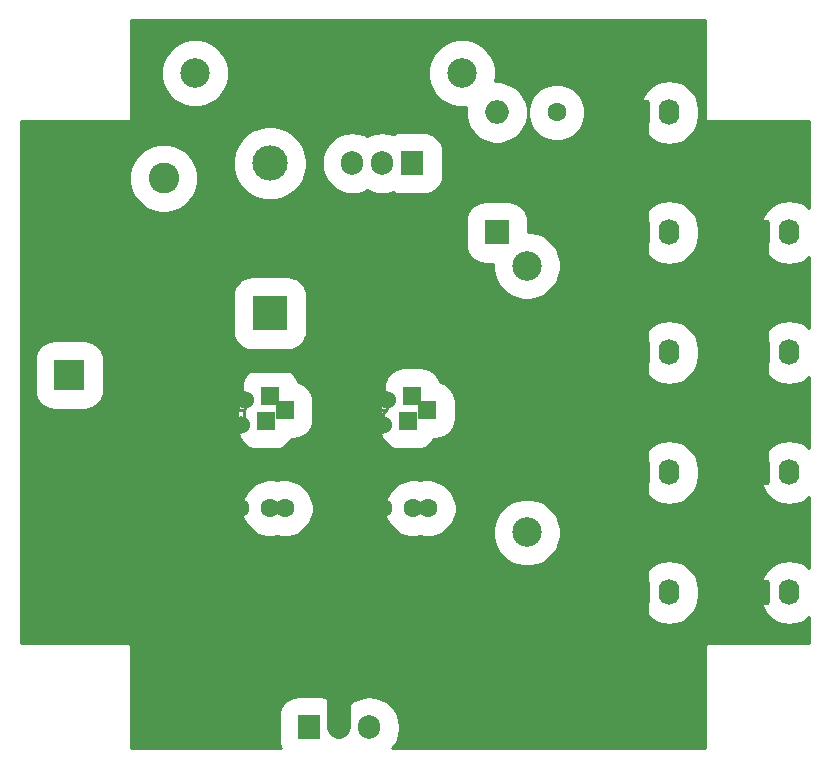
<source format=gbr>
G04 #@! TF.GenerationSoftware,KiCad,Pcbnew,(5.1.7)-1*
G04 #@! TF.CreationDate,2020-12-28T01:12:10+01:00*
G04 #@! TF.ProjectId,power,706f7765-722e-46b6-9963-61645f706362,rev?*
G04 #@! TF.SameCoordinates,Original*
G04 #@! TF.FileFunction,Copper,L2,Bot*
G04 #@! TF.FilePolarity,Positive*
%FSLAX46Y46*%
G04 Gerber Fmt 4.6, Leading zero omitted, Abs format (unit mm)*
G04 Created by KiCad (PCBNEW (5.1.7)-1) date 2020-12-28 01:12:10*
%MOMM*%
%LPD*%
G01*
G04 APERTURE LIST*
G04 #@! TA.AperFunction,ComponentPad*
%ADD10O,1.740000X2.190000*%
G04 #@! TD*
G04 #@! TA.AperFunction,ComponentPad*
%ADD11C,1.524000*%
G04 #@! TD*
G04 #@! TA.AperFunction,ComponentPad*
%ADD12R,1.524000X1.524000*%
G04 #@! TD*
G04 #@! TA.AperFunction,ComponentPad*
%ADD13C,2.500000*%
G04 #@! TD*
G04 #@! TA.AperFunction,ComponentPad*
%ADD14O,3.000000X3.000000*%
G04 #@! TD*
G04 #@! TA.AperFunction,ComponentPad*
%ADD15R,3.000000X3.000000*%
G04 #@! TD*
G04 #@! TA.AperFunction,ComponentPad*
%ADD16O,2.000000X2.000000*%
G04 #@! TD*
G04 #@! TA.AperFunction,ComponentPad*
%ADD17R,2.000000X2.000000*%
G04 #@! TD*
G04 #@! TA.AperFunction,ComponentPad*
%ADD18O,1.905000X2.000000*%
G04 #@! TD*
G04 #@! TA.AperFunction,ComponentPad*
%ADD19R,1.905000X2.000000*%
G04 #@! TD*
G04 #@! TA.AperFunction,ComponentPad*
%ADD20O,1.600000X1.600000*%
G04 #@! TD*
G04 #@! TA.AperFunction,ComponentPad*
%ADD21C,1.600000*%
G04 #@! TD*
G04 #@! TA.AperFunction,ComponentPad*
%ADD22C,2.600000*%
G04 #@! TD*
G04 #@! TA.AperFunction,ComponentPad*
%ADD23R,2.600000X2.600000*%
G04 #@! TD*
G04 #@! TA.AperFunction,Conductor*
%ADD24C,2.000000*%
G04 #@! TD*
G04 #@! TA.AperFunction,Conductor*
%ADD25C,0.250000*%
G04 #@! TD*
G04 #@! TA.AperFunction,Conductor*
%ADD26C,1.700000*%
G04 #@! TD*
G04 #@! TA.AperFunction,Conductor*
%ADD27C,0.254000*%
G04 #@! TD*
G04 #@! TA.AperFunction,Conductor*
%ADD28C,0.100000*%
G04 #@! TD*
G04 APERTURE END LIST*
D10*
X94135000Y-77625000D03*
G04 #@! TA.AperFunction,ComponentPad*
G36*
G01*
X90725000Y-78470001D02*
X90725000Y-76779999D01*
G75*
G02*
X90974999Y-76530000I249999J0D01*
G01*
X92215001Y-76530000D01*
G75*
G02*
X92465000Y-76779999I0J-249999D01*
G01*
X92465000Y-78470001D01*
G75*
G02*
X92215001Y-78720000I-249999J0D01*
G01*
X90974999Y-78720000D01*
G75*
G02*
X90725000Y-78470001I0J249999D01*
G01*
G37*
G04 #@! TD.AperFunction*
D11*
X60109100Y-61313100D03*
D12*
X61876900Y-63080900D03*
D11*
X59756000Y-63434000D03*
D12*
X62230000Y-60960000D03*
D11*
X58493000Y-62197000D03*
D12*
X63493000Y-62197000D03*
D11*
X48044100Y-61313100D03*
D12*
X49811900Y-63080900D03*
D11*
X47691000Y-63434000D03*
D12*
X50165000Y-60960000D03*
D11*
X46428000Y-62197000D03*
D12*
X51428000Y-62197000D03*
D13*
X71910000Y-49945000D03*
X71910000Y-72545000D03*
X43815000Y-33655000D03*
X66415000Y-33655000D03*
D14*
X50165000Y-41275000D03*
D15*
X50165000Y-53975000D03*
D16*
X69370000Y-36985000D03*
D17*
X69370000Y-47145000D03*
D10*
X94135000Y-47145000D03*
G04 #@! TA.AperFunction,ComponentPad*
G36*
G01*
X90725000Y-47990001D02*
X90725000Y-46299999D01*
G75*
G02*
X90974999Y-46050000I249999J0D01*
G01*
X92215001Y-46050000D01*
G75*
G02*
X92465000Y-46299999I0J-249999D01*
G01*
X92465000Y-47990001D01*
G75*
G02*
X92215001Y-48240000I-249999J0D01*
G01*
X90974999Y-48240000D01*
G75*
G02*
X90725000Y-47990001I0J249999D01*
G01*
G37*
G04 #@! TD.AperFunction*
X83975000Y-36985000D03*
G04 #@! TA.AperFunction,ComponentPad*
G36*
G01*
X80565000Y-37830001D02*
X80565000Y-36139999D01*
G75*
G02*
X80814999Y-35890000I249999J0D01*
G01*
X82055001Y-35890000D01*
G75*
G02*
X82305000Y-36139999I0J-249999D01*
G01*
X82305000Y-37830001D01*
G75*
G02*
X82055001Y-38080000I-249999J0D01*
G01*
X80814999Y-38080000D01*
G75*
G02*
X80565000Y-37830001I0J249999D01*
G01*
G37*
G04 #@! TD.AperFunction*
X83975000Y-47145000D03*
G04 #@! TA.AperFunction,ComponentPad*
G36*
G01*
X80565000Y-47990001D02*
X80565000Y-46299999D01*
G75*
G02*
X80814999Y-46050000I249999J0D01*
G01*
X82055001Y-46050000D01*
G75*
G02*
X82305000Y-46299999I0J-249999D01*
G01*
X82305000Y-47990001D01*
G75*
G02*
X82055001Y-48240000I-249999J0D01*
G01*
X80814999Y-48240000D01*
G75*
G02*
X80565000Y-47990001I0J249999D01*
G01*
G37*
G04 #@! TD.AperFunction*
X83975000Y-77625000D03*
G04 #@! TA.AperFunction,ComponentPad*
G36*
G01*
X80565000Y-78470001D02*
X80565000Y-76779999D01*
G75*
G02*
X80814999Y-76530000I249999J0D01*
G01*
X82055001Y-76530000D01*
G75*
G02*
X82305000Y-76779999I0J-249999D01*
G01*
X82305000Y-78470001D01*
G75*
G02*
X82055001Y-78720000I-249999J0D01*
G01*
X80814999Y-78720000D01*
G75*
G02*
X80565000Y-78470001I0J249999D01*
G01*
G37*
G04 #@! TD.AperFunction*
X83975000Y-57305000D03*
G04 #@! TA.AperFunction,ComponentPad*
G36*
G01*
X80565000Y-58150001D02*
X80565000Y-56459999D01*
G75*
G02*
X80814999Y-56210000I249999J0D01*
G01*
X82055001Y-56210000D01*
G75*
G02*
X82305000Y-56459999I0J-249999D01*
G01*
X82305000Y-58150001D01*
G75*
G02*
X82055001Y-58400000I-249999J0D01*
G01*
X80814999Y-58400000D01*
G75*
G02*
X80565000Y-58150001I0J249999D01*
G01*
G37*
G04 #@! TD.AperFunction*
X94135000Y-67465000D03*
G04 #@! TA.AperFunction,ComponentPad*
G36*
G01*
X90725000Y-68310001D02*
X90725000Y-66619999D01*
G75*
G02*
X90974999Y-66370000I249999J0D01*
G01*
X92215001Y-66370000D01*
G75*
G02*
X92465000Y-66619999I0J-249999D01*
G01*
X92465000Y-68310001D01*
G75*
G02*
X92215001Y-68560000I-249999J0D01*
G01*
X90974999Y-68560000D01*
G75*
G02*
X90725000Y-68310001I0J249999D01*
G01*
G37*
G04 #@! TD.AperFunction*
X94135000Y-57305000D03*
G04 #@! TA.AperFunction,ComponentPad*
G36*
G01*
X90725000Y-58150001D02*
X90725000Y-56459999D01*
G75*
G02*
X90974999Y-56210000I249999J0D01*
G01*
X92215001Y-56210000D01*
G75*
G02*
X92465000Y-56459999I0J-249999D01*
G01*
X92465000Y-58150001D01*
G75*
G02*
X92215001Y-58400000I-249999J0D01*
G01*
X90974999Y-58400000D01*
G75*
G02*
X90725000Y-58150001I0J249999D01*
G01*
G37*
G04 #@! TD.AperFunction*
X83975000Y-67465000D03*
G04 #@! TA.AperFunction,ComponentPad*
G36*
G01*
X80565000Y-68310001D02*
X80565000Y-66619999D01*
G75*
G02*
X80814999Y-66370000I249999J0D01*
G01*
X82055001Y-66370000D01*
G75*
G02*
X82305000Y-66619999I0J-249999D01*
G01*
X82305000Y-68310001D01*
G75*
G02*
X82055001Y-68560000I-249999J0D01*
G01*
X80814999Y-68560000D01*
G75*
G02*
X80565000Y-68310001I0J249999D01*
G01*
G37*
G04 #@! TD.AperFunction*
D18*
X58575000Y-89055000D03*
X56035000Y-89055000D03*
D19*
X53495000Y-89055000D03*
D20*
X74450000Y-47145000D03*
D21*
X74450000Y-36985000D03*
D18*
X57150000Y-41275000D03*
X59690000Y-41275000D03*
D19*
X62230000Y-41275000D03*
D22*
X33175000Y-64290000D03*
D23*
X33175000Y-59210000D03*
D22*
X41160000Y-42545000D03*
X38060000Y-47545000D03*
X34960000Y-42545000D03*
D21*
X58460000Y-70485000D03*
X63540000Y-70485000D03*
X59730000Y-70485000D03*
X62270000Y-70485000D03*
X46355000Y-70485000D03*
X51435000Y-70485000D03*
X47625000Y-70485000D03*
X50165000Y-70485000D03*
D24*
X34960000Y-44445000D02*
X38060000Y-47545000D01*
X34960000Y-42545000D02*
X34960000Y-44445000D01*
X38060000Y-58060000D02*
X38060000Y-47545000D01*
X46428000Y-58492000D02*
X46860000Y-58060000D01*
X46428000Y-62197000D02*
X46428000Y-58492000D01*
X46860000Y-58060000D02*
X38060000Y-58060000D01*
X46355000Y-62270000D02*
X46428000Y-62197000D01*
X46355000Y-70485000D02*
X46355000Y-62270000D01*
X58460000Y-62230000D02*
X58493000Y-62197000D01*
X58460000Y-70485000D02*
X58460000Y-62230000D01*
D25*
X48044200Y-62080800D02*
X47928000Y-62197000D01*
X48044200Y-61313200D02*
X48044200Y-62080800D01*
X47928000Y-63197000D02*
X47691000Y-63434000D01*
X47928000Y-62197000D02*
X47928000Y-63197000D01*
X47928000Y-62197000D02*
X46428000Y-62197000D01*
X60109200Y-62080800D02*
X59993000Y-62197000D01*
X60109200Y-61313200D02*
X60109200Y-62080800D01*
X59756000Y-62434000D02*
X59993000Y-62197000D01*
X59756000Y-63434000D02*
X59756000Y-62434000D01*
X59993000Y-62197000D02*
X58493000Y-62197000D01*
X58460000Y-70485000D02*
X59730000Y-70485000D01*
X47625000Y-70485000D02*
X46355000Y-70485000D01*
D24*
X56035000Y-72910000D02*
X56035000Y-89055000D01*
X58460000Y-70485000D02*
X56035000Y-72910000D01*
D26*
X91595000Y-67465000D02*
X91595000Y-47145000D01*
X56035000Y-84610000D02*
X79530000Y-84610000D01*
X56035000Y-89055000D02*
X56035000Y-84610000D01*
X81435000Y-82705000D02*
X79530000Y-84610000D01*
X81435000Y-77625000D02*
X81435000Y-82705000D01*
D24*
X54290000Y-58060000D02*
X58460000Y-62230000D01*
X46860000Y-58060000D02*
X54290000Y-58060000D01*
X58460000Y-59325000D02*
X58460000Y-62230000D01*
X61750000Y-56035000D02*
X58460000Y-59325000D01*
X76355000Y-56035000D02*
X61750000Y-56035000D01*
X76990000Y-55400000D02*
X76355000Y-56035000D01*
X76990000Y-49685000D02*
X76990000Y-55400000D01*
X74450000Y-47145000D02*
X76990000Y-49685000D01*
D26*
X86280000Y-71910000D02*
X81435000Y-71910000D01*
X90725000Y-67465000D02*
X86280000Y-71910000D01*
X91595000Y-67465000D02*
X90725000Y-67465000D01*
X81435000Y-71910000D02*
X81435000Y-77625000D01*
X81435000Y-36985000D02*
X81435000Y-71910000D01*
D24*
X36985000Y-64290000D02*
X33175000Y-64290000D01*
X38060000Y-63215000D02*
X36985000Y-64290000D01*
X38060000Y-58060000D02*
X38060000Y-63215000D01*
D27*
X87023000Y-37620000D02*
X87025440Y-37644776D01*
X87032667Y-37668601D01*
X87044403Y-37690557D01*
X87060197Y-37709803D01*
X87079443Y-37725597D01*
X87101399Y-37737333D01*
X87125224Y-37744560D01*
X87150000Y-37747000D01*
X95808001Y-37747000D01*
X95808001Y-45062770D01*
X95528970Y-44833775D01*
X95095183Y-44601911D01*
X94624496Y-44459130D01*
X94135000Y-44410919D01*
X93645503Y-44459130D01*
X93174816Y-44601911D01*
X92741029Y-44833775D01*
X92360812Y-45145812D01*
X92048775Y-45526030D01*
X91816911Y-45959817D01*
X91674130Y-46430504D01*
X91638000Y-46797340D01*
X91638000Y-47492661D01*
X91674130Y-47859497D01*
X91816911Y-48330184D01*
X92048775Y-48763971D01*
X92360813Y-49144188D01*
X92741030Y-49456225D01*
X93174817Y-49688089D01*
X93645504Y-49830870D01*
X94135000Y-49879081D01*
X94624497Y-49830870D01*
X95095184Y-49688089D01*
X95528971Y-49456225D01*
X95808001Y-49227231D01*
X95808001Y-55222770D01*
X95528970Y-54993775D01*
X95095183Y-54761911D01*
X94624496Y-54619130D01*
X94135000Y-54570919D01*
X93645503Y-54619130D01*
X93174816Y-54761911D01*
X92741029Y-54993775D01*
X92360812Y-55305812D01*
X92048775Y-55686030D01*
X91816911Y-56119817D01*
X91674130Y-56590504D01*
X91638000Y-56957340D01*
X91638000Y-57652661D01*
X91674130Y-58019497D01*
X91816911Y-58490184D01*
X92048775Y-58923971D01*
X92360813Y-59304188D01*
X92741030Y-59616225D01*
X93174817Y-59848089D01*
X93645504Y-59990870D01*
X94135000Y-60039081D01*
X94624497Y-59990870D01*
X95095184Y-59848089D01*
X95528971Y-59616225D01*
X95808001Y-59387231D01*
X95808000Y-65382769D01*
X95528970Y-65153775D01*
X95095183Y-64921911D01*
X94624496Y-64779130D01*
X94135000Y-64730919D01*
X93645503Y-64779130D01*
X93174816Y-64921911D01*
X92741029Y-65153775D01*
X92360812Y-65465812D01*
X92048775Y-65846030D01*
X91816911Y-66279817D01*
X91674130Y-66750504D01*
X91638000Y-67117340D01*
X91638000Y-67812661D01*
X91674130Y-68179497D01*
X91816911Y-68650184D01*
X92048775Y-69083971D01*
X92360813Y-69464188D01*
X92741030Y-69776225D01*
X93174817Y-70008089D01*
X93645504Y-70150870D01*
X94135000Y-70199081D01*
X94624497Y-70150870D01*
X95095184Y-70008089D01*
X95528971Y-69776225D01*
X95808000Y-69547231D01*
X95808000Y-75542769D01*
X95528970Y-75313775D01*
X95095183Y-75081911D01*
X94624496Y-74939130D01*
X94135000Y-74890919D01*
X93645503Y-74939130D01*
X93174816Y-75081911D01*
X92741029Y-75313775D01*
X92360812Y-75625812D01*
X92048775Y-76006030D01*
X91816911Y-76439817D01*
X91674130Y-76910504D01*
X91638000Y-77277340D01*
X91638000Y-77972661D01*
X91674130Y-78339497D01*
X91816911Y-78810184D01*
X92048775Y-79243971D01*
X92360813Y-79624188D01*
X92741030Y-79936225D01*
X93174817Y-80168089D01*
X93645504Y-80310870D01*
X94135000Y-80359081D01*
X94624497Y-80310870D01*
X95095184Y-80168089D01*
X95528971Y-79936225D01*
X95808000Y-79707231D01*
X95808000Y-81943000D01*
X87150000Y-81943000D01*
X87125224Y-81945440D01*
X87101399Y-81952667D01*
X87079443Y-81964403D01*
X87060197Y-81980197D01*
X87044403Y-81999443D01*
X87032667Y-82021399D01*
X87025440Y-82045224D01*
X87023000Y-82070000D01*
X87023000Y-90808000D01*
X60512285Y-90808000D01*
X60730153Y-90542526D01*
X60969678Y-90094407D01*
X61117177Y-89608169D01*
X61154500Y-89229221D01*
X61154500Y-88880778D01*
X61117177Y-88501830D01*
X60969678Y-88015592D01*
X60730153Y-87567473D01*
X60407807Y-87174693D01*
X60015026Y-86852347D01*
X59566907Y-86612822D01*
X59080669Y-86465323D01*
X58575000Y-86415519D01*
X58069330Y-86465323D01*
X57583092Y-86612822D01*
X57134973Y-86852347D01*
X56742193Y-87174693D01*
X56419847Y-87567474D01*
X56180322Y-88015593D01*
X56082372Y-88338490D01*
X56082372Y-88055000D01*
X56050958Y-87736052D01*
X55957925Y-87429362D01*
X55806846Y-87146714D01*
X55603529Y-86898971D01*
X55355786Y-86695654D01*
X55073138Y-86544575D01*
X54766448Y-86451542D01*
X54447500Y-86420128D01*
X52542500Y-86420128D01*
X52223552Y-86451542D01*
X51916862Y-86544575D01*
X51634214Y-86695654D01*
X51386471Y-86898971D01*
X51183154Y-87146714D01*
X51032075Y-87429362D01*
X50939042Y-87736052D01*
X50907628Y-88055000D01*
X50907628Y-90055000D01*
X50939042Y-90373948D01*
X51032075Y-90680638D01*
X51100152Y-90808000D01*
X38382000Y-90808000D01*
X38382000Y-82070000D01*
X38379560Y-82045224D01*
X38372333Y-82021399D01*
X38360597Y-81999443D01*
X38344803Y-81980197D01*
X38325557Y-81964403D01*
X38303601Y-81952667D01*
X38279776Y-81945440D01*
X38255000Y-81943000D01*
X29112000Y-81943000D01*
X29112000Y-77277340D01*
X81478000Y-77277340D01*
X81478000Y-77972661D01*
X81514130Y-78339497D01*
X81656911Y-78810184D01*
X81888775Y-79243971D01*
X82200813Y-79624188D01*
X82581030Y-79936225D01*
X83014817Y-80168089D01*
X83485504Y-80310870D01*
X83975000Y-80359081D01*
X84464497Y-80310870D01*
X84935184Y-80168089D01*
X85368971Y-79936225D01*
X85749188Y-79624188D01*
X86061225Y-79243970D01*
X86293089Y-78810183D01*
X86435870Y-78339496D01*
X86472000Y-77972660D01*
X86472000Y-77277339D01*
X86435870Y-76910503D01*
X86293089Y-76439816D01*
X86061225Y-76006029D01*
X85749188Y-75625812D01*
X85368970Y-75313775D01*
X84935183Y-75081911D01*
X84464496Y-74939130D01*
X83975000Y-74890919D01*
X83485503Y-74939130D01*
X83014816Y-75081911D01*
X82581029Y-75313775D01*
X82200812Y-75625812D01*
X81888775Y-76006030D01*
X81656911Y-76439817D01*
X81514130Y-76910504D01*
X81478000Y-77277340D01*
X29112000Y-77277340D01*
X29112000Y-70245961D01*
X47738000Y-70245961D01*
X47738000Y-70724039D01*
X47831268Y-71192930D01*
X48014221Y-71634615D01*
X48279826Y-72032122D01*
X48617878Y-72370174D01*
X49015385Y-72635779D01*
X49457070Y-72818732D01*
X49925961Y-72912000D01*
X50404039Y-72912000D01*
X50800000Y-72833239D01*
X51195961Y-72912000D01*
X51674039Y-72912000D01*
X52142930Y-72818732D01*
X52584615Y-72635779D01*
X52982122Y-72370174D01*
X53320174Y-72032122D01*
X53585779Y-71634615D01*
X53768732Y-71192930D01*
X53862000Y-70724039D01*
X53862000Y-70245961D01*
X59843000Y-70245961D01*
X59843000Y-70724039D01*
X59936268Y-71192930D01*
X60119221Y-71634615D01*
X60384826Y-72032122D01*
X60722878Y-72370174D01*
X61120385Y-72635779D01*
X61562070Y-72818732D01*
X62030961Y-72912000D01*
X62509039Y-72912000D01*
X62905000Y-72833239D01*
X63300961Y-72912000D01*
X63779039Y-72912000D01*
X64247930Y-72818732D01*
X64689615Y-72635779D01*
X65087122Y-72370174D01*
X65195656Y-72261640D01*
X69033000Y-72261640D01*
X69033000Y-72828360D01*
X69143561Y-73384190D01*
X69360435Y-73907771D01*
X69675288Y-74378981D01*
X70076019Y-74779712D01*
X70547229Y-75094565D01*
X71070810Y-75311439D01*
X71626640Y-75422000D01*
X72193360Y-75422000D01*
X72749190Y-75311439D01*
X73272771Y-75094565D01*
X73743981Y-74779712D01*
X74144712Y-74378981D01*
X74459565Y-73907771D01*
X74676439Y-73384190D01*
X74787000Y-72828360D01*
X74787000Y-72261640D01*
X74676439Y-71705810D01*
X74459565Y-71182229D01*
X74144712Y-70711019D01*
X73743981Y-70310288D01*
X73272771Y-69995435D01*
X72749190Y-69778561D01*
X72193360Y-69668000D01*
X71626640Y-69668000D01*
X71070810Y-69778561D01*
X70547229Y-69995435D01*
X70076019Y-70310288D01*
X69675288Y-70711019D01*
X69360435Y-71182229D01*
X69143561Y-71705810D01*
X69033000Y-72261640D01*
X65195656Y-72261640D01*
X65425174Y-72032122D01*
X65690779Y-71634615D01*
X65873732Y-71192930D01*
X65967000Y-70724039D01*
X65967000Y-70245961D01*
X65873732Y-69777070D01*
X65690779Y-69335385D01*
X65425174Y-68937878D01*
X65087122Y-68599826D01*
X64689615Y-68334221D01*
X64247930Y-68151268D01*
X63779039Y-68058000D01*
X63300961Y-68058000D01*
X62905000Y-68136761D01*
X62509039Y-68058000D01*
X62030961Y-68058000D01*
X61562070Y-68151268D01*
X61120385Y-68334221D01*
X60722878Y-68599826D01*
X60384826Y-68937878D01*
X60119221Y-69335385D01*
X59936268Y-69777070D01*
X59843000Y-70245961D01*
X53862000Y-70245961D01*
X53768732Y-69777070D01*
X53585779Y-69335385D01*
X53320174Y-68937878D01*
X52982122Y-68599826D01*
X52584615Y-68334221D01*
X52142930Y-68151268D01*
X51674039Y-68058000D01*
X51195961Y-68058000D01*
X50800000Y-68136761D01*
X50404039Y-68058000D01*
X49925961Y-68058000D01*
X49457070Y-68151268D01*
X49015385Y-68334221D01*
X48617878Y-68599826D01*
X48279826Y-68937878D01*
X48014221Y-69335385D01*
X47831268Y-69777070D01*
X47738000Y-70245961D01*
X29112000Y-70245961D01*
X29112000Y-67117340D01*
X81478000Y-67117340D01*
X81478000Y-67812661D01*
X81514130Y-68179497D01*
X81656911Y-68650184D01*
X81888775Y-69083971D01*
X82200813Y-69464188D01*
X82581030Y-69776225D01*
X83014817Y-70008089D01*
X83485504Y-70150870D01*
X83975000Y-70199081D01*
X84464497Y-70150870D01*
X84935184Y-70008089D01*
X85368971Y-69776225D01*
X85749188Y-69464188D01*
X86061225Y-69083970D01*
X86293089Y-68650183D01*
X86435870Y-68179496D01*
X86472000Y-67812660D01*
X86472000Y-67117339D01*
X86435870Y-66750503D01*
X86293089Y-66279816D01*
X86061225Y-65846029D01*
X85749188Y-65465812D01*
X85368970Y-65153775D01*
X84935183Y-64921911D01*
X84464496Y-64779130D01*
X83975000Y-64730919D01*
X83485503Y-64779130D01*
X83014816Y-64921911D01*
X82581029Y-65153775D01*
X82200812Y-65465812D01*
X81888775Y-65846030D01*
X81656911Y-66279817D01*
X81514130Y-66750504D01*
X81478000Y-67117340D01*
X29112000Y-67117340D01*
X29112000Y-62318900D01*
X47415028Y-62318900D01*
X47415028Y-63842900D01*
X47446442Y-64161848D01*
X47539475Y-64468538D01*
X47690554Y-64751186D01*
X47893871Y-64998929D01*
X48141614Y-65202246D01*
X48424262Y-65353325D01*
X48730952Y-65446358D01*
X49049900Y-65477772D01*
X50573900Y-65477772D01*
X50892848Y-65446358D01*
X51199538Y-65353325D01*
X51482186Y-65202246D01*
X51729929Y-64998929D01*
X51933246Y-64751186D01*
X52017332Y-64593872D01*
X52190000Y-64593872D01*
X52508948Y-64562458D01*
X52815638Y-64469425D01*
X53098286Y-64318346D01*
X53346029Y-64115029D01*
X53549346Y-63867286D01*
X53700425Y-63584638D01*
X53793458Y-63277948D01*
X53824872Y-62959000D01*
X53824872Y-62318900D01*
X59480028Y-62318900D01*
X59480028Y-63842900D01*
X59511442Y-64161848D01*
X59604475Y-64468538D01*
X59755554Y-64751186D01*
X59958871Y-64998929D01*
X60206614Y-65202246D01*
X60489262Y-65353325D01*
X60795952Y-65446358D01*
X61114900Y-65477772D01*
X62638900Y-65477772D01*
X62957848Y-65446358D01*
X63264538Y-65353325D01*
X63547186Y-65202246D01*
X63794929Y-64998929D01*
X63998246Y-64751186D01*
X64082332Y-64593872D01*
X64255000Y-64593872D01*
X64573948Y-64562458D01*
X64880638Y-64469425D01*
X65163286Y-64318346D01*
X65411029Y-64115029D01*
X65614346Y-63867286D01*
X65765425Y-63584638D01*
X65858458Y-63277948D01*
X65889872Y-62959000D01*
X65889872Y-61435000D01*
X65858458Y-61116052D01*
X65765425Y-60809362D01*
X65614346Y-60526714D01*
X65411029Y-60278971D01*
X65163286Y-60075654D01*
X64880638Y-59924575D01*
X64581765Y-59833913D01*
X64502425Y-59572362D01*
X64351346Y-59289714D01*
X64148029Y-59041971D01*
X63900286Y-58838654D01*
X63617638Y-58687575D01*
X63310948Y-58594542D01*
X62992000Y-58563128D01*
X61468000Y-58563128D01*
X61149052Y-58594542D01*
X60842362Y-58687575D01*
X60559714Y-58838654D01*
X60311971Y-59041971D01*
X60108654Y-59289714D01*
X59957575Y-59572362D01*
X59864542Y-59879052D01*
X59833128Y-60198000D01*
X59833128Y-61316090D01*
X59755554Y-61410614D01*
X59604475Y-61693262D01*
X59511442Y-61999952D01*
X59480028Y-62318900D01*
X53824872Y-62318900D01*
X53824872Y-61435000D01*
X53793458Y-61116052D01*
X53700425Y-60809362D01*
X53549346Y-60526714D01*
X53346029Y-60278971D01*
X53098286Y-60075654D01*
X52815638Y-59924575D01*
X52516765Y-59833913D01*
X52437425Y-59572362D01*
X52286346Y-59289714D01*
X52083029Y-59041971D01*
X51835286Y-58838654D01*
X51552638Y-58687575D01*
X51245948Y-58594542D01*
X50927000Y-58563128D01*
X49403000Y-58563128D01*
X49084052Y-58594542D01*
X48777362Y-58687575D01*
X48494714Y-58838654D01*
X48246971Y-59041971D01*
X48043654Y-59289714D01*
X47892575Y-59572362D01*
X47799542Y-59879052D01*
X47768128Y-60198000D01*
X47768128Y-61316090D01*
X47690554Y-61410614D01*
X47539475Y-61693262D01*
X47446442Y-61999952D01*
X47415028Y-62318900D01*
X29112000Y-62318900D01*
X29112000Y-57910000D01*
X30240128Y-57910000D01*
X30240128Y-60510000D01*
X30271542Y-60828948D01*
X30364575Y-61135638D01*
X30515654Y-61418286D01*
X30718971Y-61666029D01*
X30966714Y-61869346D01*
X31249362Y-62020425D01*
X31556052Y-62113458D01*
X31875000Y-62144872D01*
X34475000Y-62144872D01*
X34793948Y-62113458D01*
X35100638Y-62020425D01*
X35383286Y-61869346D01*
X35631029Y-61666029D01*
X35834346Y-61418286D01*
X35985425Y-61135638D01*
X36078458Y-60828948D01*
X36109872Y-60510000D01*
X36109872Y-57910000D01*
X36078458Y-57591052D01*
X35985425Y-57284362D01*
X35834346Y-57001714D01*
X35631029Y-56753971D01*
X35383286Y-56550654D01*
X35100638Y-56399575D01*
X34793948Y-56306542D01*
X34475000Y-56275128D01*
X31875000Y-56275128D01*
X31556052Y-56306542D01*
X31249362Y-56399575D01*
X30966714Y-56550654D01*
X30718971Y-56753971D01*
X30515654Y-57001714D01*
X30364575Y-57284362D01*
X30271542Y-57591052D01*
X30240128Y-57910000D01*
X29112000Y-57910000D01*
X29112000Y-52475000D01*
X47030128Y-52475000D01*
X47030128Y-55475000D01*
X47061542Y-55793948D01*
X47154575Y-56100638D01*
X47305654Y-56383286D01*
X47508971Y-56631029D01*
X47756714Y-56834346D01*
X48039362Y-56985425D01*
X48346052Y-57078458D01*
X48665000Y-57109872D01*
X51665000Y-57109872D01*
X51983948Y-57078458D01*
X52290638Y-56985425D01*
X52343181Y-56957340D01*
X81478000Y-56957340D01*
X81478000Y-57652661D01*
X81514130Y-58019497D01*
X81656911Y-58490184D01*
X81888775Y-58923971D01*
X82200813Y-59304188D01*
X82581030Y-59616225D01*
X83014817Y-59848089D01*
X83485504Y-59990870D01*
X83975000Y-60039081D01*
X84464497Y-59990870D01*
X84935184Y-59848089D01*
X85368971Y-59616225D01*
X85749188Y-59304188D01*
X86061225Y-58923970D01*
X86293089Y-58490183D01*
X86435870Y-58019496D01*
X86472000Y-57652660D01*
X86472000Y-56957339D01*
X86435870Y-56590503D01*
X86293089Y-56119816D01*
X86061225Y-55686029D01*
X85749188Y-55305812D01*
X85368970Y-54993775D01*
X84935183Y-54761911D01*
X84464496Y-54619130D01*
X83975000Y-54570919D01*
X83485503Y-54619130D01*
X83014816Y-54761911D01*
X82581029Y-54993775D01*
X82200812Y-55305812D01*
X81888775Y-55686030D01*
X81656911Y-56119817D01*
X81514130Y-56590504D01*
X81478000Y-56957340D01*
X52343181Y-56957340D01*
X52573286Y-56834346D01*
X52821029Y-56631029D01*
X53024346Y-56383286D01*
X53175425Y-56100638D01*
X53268458Y-55793948D01*
X53299872Y-55475000D01*
X53299872Y-52475000D01*
X53268458Y-52156052D01*
X53175425Y-51849362D01*
X53024346Y-51566714D01*
X52821029Y-51318971D01*
X52573286Y-51115654D01*
X52290638Y-50964575D01*
X51983948Y-50871542D01*
X51665000Y-50840128D01*
X48665000Y-50840128D01*
X48346052Y-50871542D01*
X48039362Y-50964575D01*
X47756714Y-51115654D01*
X47508971Y-51318971D01*
X47305654Y-51566714D01*
X47154575Y-51849362D01*
X47061542Y-52156052D01*
X47030128Y-52475000D01*
X29112000Y-52475000D01*
X29112000Y-46145000D01*
X66735128Y-46145000D01*
X66735128Y-48145000D01*
X66766542Y-48463948D01*
X66859575Y-48770638D01*
X67010654Y-49053286D01*
X67213971Y-49301029D01*
X67461714Y-49504346D01*
X67744362Y-49655425D01*
X68051052Y-49748458D01*
X68370000Y-49779872D01*
X69033000Y-49779872D01*
X69033000Y-50228360D01*
X69143561Y-50784190D01*
X69360435Y-51307771D01*
X69675288Y-51778981D01*
X70076019Y-52179712D01*
X70547229Y-52494565D01*
X71070810Y-52711439D01*
X71626640Y-52822000D01*
X72193360Y-52822000D01*
X72749190Y-52711439D01*
X73272771Y-52494565D01*
X73743981Y-52179712D01*
X74144712Y-51778981D01*
X74459565Y-51307771D01*
X74676439Y-50784190D01*
X74787000Y-50228360D01*
X74787000Y-49661640D01*
X74676439Y-49105810D01*
X74459565Y-48582229D01*
X74144712Y-48111019D01*
X73743981Y-47710288D01*
X73272771Y-47395435D01*
X72749190Y-47178561D01*
X72193360Y-47068000D01*
X72004872Y-47068000D01*
X72004872Y-46797340D01*
X81478000Y-46797340D01*
X81478000Y-47492661D01*
X81514130Y-47859497D01*
X81656911Y-48330184D01*
X81888775Y-48763971D01*
X82200813Y-49144188D01*
X82581030Y-49456225D01*
X83014817Y-49688089D01*
X83485504Y-49830870D01*
X83975000Y-49879081D01*
X84464497Y-49830870D01*
X84935184Y-49688089D01*
X85368971Y-49456225D01*
X85749188Y-49144188D01*
X86061225Y-48763970D01*
X86293089Y-48330183D01*
X86435870Y-47859496D01*
X86472000Y-47492660D01*
X86472000Y-46797339D01*
X86435870Y-46430503D01*
X86293089Y-45959816D01*
X86061225Y-45526029D01*
X85749188Y-45145812D01*
X85368970Y-44833775D01*
X84935183Y-44601911D01*
X84464496Y-44459130D01*
X83975000Y-44410919D01*
X83485503Y-44459130D01*
X83014816Y-44601911D01*
X82581029Y-44833775D01*
X82200812Y-45145812D01*
X81888775Y-45526030D01*
X81656911Y-45959817D01*
X81514130Y-46430504D01*
X81478000Y-46797340D01*
X72004872Y-46797340D01*
X72004872Y-46145000D01*
X71973458Y-45826052D01*
X71880425Y-45519362D01*
X71729346Y-45236714D01*
X71526029Y-44988971D01*
X71278286Y-44785654D01*
X70995638Y-44634575D01*
X70688948Y-44541542D01*
X70370000Y-44510128D01*
X68370000Y-44510128D01*
X68051052Y-44541542D01*
X67744362Y-44634575D01*
X67461714Y-44785654D01*
X67213971Y-44988971D01*
X67010654Y-45236714D01*
X66859575Y-45519362D01*
X66766542Y-45826052D01*
X66735128Y-46145000D01*
X29112000Y-46145000D01*
X29112000Y-42256716D01*
X38233000Y-42256716D01*
X38233000Y-42833284D01*
X38345482Y-43398775D01*
X38566126Y-43931455D01*
X38886450Y-44410854D01*
X39294146Y-44818550D01*
X39773545Y-45138874D01*
X40306225Y-45359518D01*
X40871716Y-45472000D01*
X41448284Y-45472000D01*
X42013775Y-45359518D01*
X42546455Y-45138874D01*
X43025854Y-44818550D01*
X43433550Y-44410854D01*
X43753874Y-43931455D01*
X43974518Y-43398775D01*
X44087000Y-42833284D01*
X44087000Y-42256716D01*
X43974518Y-41691225D01*
X43753874Y-41158545D01*
X43625900Y-40967017D01*
X47038000Y-40967017D01*
X47038000Y-41582983D01*
X47158169Y-42187112D01*
X47393889Y-42756190D01*
X47736101Y-43268346D01*
X48171654Y-43703899D01*
X48683810Y-44046111D01*
X49252888Y-44281831D01*
X49857017Y-44402000D01*
X50472983Y-44402000D01*
X51077112Y-44281831D01*
X51646190Y-44046111D01*
X52158346Y-43703899D01*
X52593899Y-43268346D01*
X52936111Y-42756190D01*
X53171831Y-42187112D01*
X53292000Y-41582983D01*
X53292000Y-41100778D01*
X54570500Y-41100778D01*
X54570500Y-41449221D01*
X54607823Y-41828169D01*
X54755322Y-42314407D01*
X54994847Y-42762526D01*
X55317193Y-43155307D01*
X55709973Y-43477653D01*
X56158092Y-43717178D01*
X56644330Y-43864677D01*
X57150000Y-43914481D01*
X57655669Y-43864677D01*
X58141907Y-43717178D01*
X58420000Y-43568534D01*
X58698092Y-43717178D01*
X59184330Y-43864677D01*
X59690000Y-43914481D01*
X60195669Y-43864677D01*
X60581286Y-43747701D01*
X60651862Y-43785425D01*
X60958552Y-43878458D01*
X61277500Y-43909872D01*
X63182500Y-43909872D01*
X63501448Y-43878458D01*
X63808138Y-43785425D01*
X64090786Y-43634346D01*
X64338529Y-43431029D01*
X64541846Y-43183286D01*
X64692925Y-42900638D01*
X64785958Y-42593948D01*
X64817372Y-42275000D01*
X64817372Y-40275000D01*
X64785958Y-39956052D01*
X64692925Y-39649362D01*
X64541846Y-39366714D01*
X64338529Y-39118971D01*
X64090786Y-38915654D01*
X63808138Y-38764575D01*
X63501448Y-38671542D01*
X63182500Y-38640128D01*
X61277500Y-38640128D01*
X60958552Y-38671542D01*
X60651862Y-38764575D01*
X60581286Y-38802299D01*
X60195670Y-38685323D01*
X59690000Y-38635519D01*
X59184331Y-38685323D01*
X58698093Y-38832822D01*
X58420001Y-38981466D01*
X58141908Y-38832822D01*
X57655670Y-38685323D01*
X57150000Y-38635519D01*
X56644331Y-38685323D01*
X56158093Y-38832822D01*
X55709974Y-39072347D01*
X55317194Y-39394693D01*
X54994847Y-39787473D01*
X54755322Y-40235592D01*
X54607823Y-40721830D01*
X54570500Y-41100778D01*
X53292000Y-41100778D01*
X53292000Y-40967017D01*
X53171831Y-40362888D01*
X52936111Y-39793810D01*
X52593899Y-39281654D01*
X52158346Y-38846101D01*
X51646190Y-38503889D01*
X51077112Y-38268169D01*
X50472983Y-38148000D01*
X49857017Y-38148000D01*
X49252888Y-38268169D01*
X48683810Y-38503889D01*
X48171654Y-38846101D01*
X47736101Y-39281654D01*
X47393889Y-39793810D01*
X47158169Y-40362888D01*
X47038000Y-40967017D01*
X43625900Y-40967017D01*
X43433550Y-40679146D01*
X43025854Y-40271450D01*
X42546455Y-39951126D01*
X42013775Y-39730482D01*
X41448284Y-39618000D01*
X40871716Y-39618000D01*
X40306225Y-39730482D01*
X39773545Y-39951126D01*
X39294146Y-40271450D01*
X38886450Y-40679146D01*
X38566126Y-41158545D01*
X38345482Y-41691225D01*
X38233000Y-42256716D01*
X29112000Y-42256716D01*
X29112000Y-37747000D01*
X38255000Y-37747000D01*
X38279776Y-37744560D01*
X38303601Y-37737333D01*
X38325557Y-37725597D01*
X38344803Y-37709803D01*
X38360597Y-37690557D01*
X38372333Y-37668601D01*
X38379560Y-37644776D01*
X38382000Y-37620000D01*
X38382000Y-33371640D01*
X40938000Y-33371640D01*
X40938000Y-33938360D01*
X41048561Y-34494190D01*
X41265435Y-35017771D01*
X41580288Y-35488981D01*
X41981019Y-35889712D01*
X42452229Y-36204565D01*
X42975810Y-36421439D01*
X43531640Y-36532000D01*
X44098360Y-36532000D01*
X44654190Y-36421439D01*
X45177771Y-36204565D01*
X45648981Y-35889712D01*
X46049712Y-35488981D01*
X46364565Y-35017771D01*
X46581439Y-34494190D01*
X46692000Y-33938360D01*
X46692000Y-33371640D01*
X63538000Y-33371640D01*
X63538000Y-33938360D01*
X63648561Y-34494190D01*
X63865435Y-35017771D01*
X64180288Y-35488981D01*
X64581019Y-35889712D01*
X65052229Y-36204565D01*
X65575810Y-36421439D01*
X66131640Y-36532000D01*
X66698360Y-36532000D01*
X66785072Y-36514752D01*
X66743000Y-36726263D01*
X66743000Y-37243737D01*
X66843954Y-37751268D01*
X67041983Y-38229351D01*
X67329476Y-38659615D01*
X67695385Y-39025524D01*
X68125649Y-39313017D01*
X68603732Y-39511046D01*
X69111263Y-39612000D01*
X69628737Y-39612000D01*
X70136268Y-39511046D01*
X70614351Y-39313017D01*
X71044615Y-39025524D01*
X71410524Y-38659615D01*
X71698017Y-38229351D01*
X71896046Y-37751268D01*
X71997000Y-37243737D01*
X71997000Y-36745961D01*
X72023000Y-36745961D01*
X72023000Y-37224039D01*
X72116268Y-37692930D01*
X72299221Y-38134615D01*
X72564826Y-38532122D01*
X72902878Y-38870174D01*
X73300385Y-39135779D01*
X73742070Y-39318732D01*
X74210961Y-39412000D01*
X74689039Y-39412000D01*
X75157930Y-39318732D01*
X75599615Y-39135779D01*
X75997122Y-38870174D01*
X76335174Y-38532122D01*
X76600779Y-38134615D01*
X76783732Y-37692930D01*
X76877000Y-37224039D01*
X76877000Y-36745961D01*
X76855394Y-36637340D01*
X81478000Y-36637340D01*
X81478000Y-37332661D01*
X81514130Y-37699497D01*
X81656911Y-38170184D01*
X81888775Y-38603971D01*
X82200813Y-38984188D01*
X82581030Y-39296225D01*
X83014817Y-39528089D01*
X83485504Y-39670870D01*
X83975000Y-39719081D01*
X84464497Y-39670870D01*
X84935184Y-39528089D01*
X85368971Y-39296225D01*
X85749188Y-38984188D01*
X86061225Y-38603970D01*
X86293089Y-38170183D01*
X86435870Y-37699496D01*
X86472000Y-37332660D01*
X86472000Y-36637339D01*
X86435870Y-36270503D01*
X86293089Y-35799816D01*
X86061225Y-35366029D01*
X85749188Y-34985812D01*
X85368970Y-34673775D01*
X84935183Y-34441911D01*
X84464496Y-34299130D01*
X83975000Y-34250919D01*
X83485503Y-34299130D01*
X83014816Y-34441911D01*
X82581029Y-34673775D01*
X82200812Y-34985812D01*
X81888775Y-35366030D01*
X81656911Y-35799817D01*
X81514130Y-36270504D01*
X81478000Y-36637340D01*
X76855394Y-36637340D01*
X76783732Y-36277070D01*
X76600779Y-35835385D01*
X76335174Y-35437878D01*
X75997122Y-35099826D01*
X75599615Y-34834221D01*
X75157930Y-34651268D01*
X74689039Y-34558000D01*
X74210961Y-34558000D01*
X73742070Y-34651268D01*
X73300385Y-34834221D01*
X72902878Y-35099826D01*
X72564826Y-35437878D01*
X72299221Y-35835385D01*
X72116268Y-36277070D01*
X72023000Y-36745961D01*
X71997000Y-36745961D01*
X71997000Y-36726263D01*
X71896046Y-36218732D01*
X71698017Y-35740649D01*
X71410524Y-35310385D01*
X71044615Y-34944476D01*
X70614351Y-34656983D01*
X70136268Y-34458954D01*
X69628737Y-34358000D01*
X69208529Y-34358000D01*
X69292000Y-33938360D01*
X69292000Y-33371640D01*
X69181439Y-32815810D01*
X68964565Y-32292229D01*
X68649712Y-31821019D01*
X68248981Y-31420288D01*
X67777771Y-31105435D01*
X67254190Y-30888561D01*
X66698360Y-30778000D01*
X66131640Y-30778000D01*
X65575810Y-30888561D01*
X65052229Y-31105435D01*
X64581019Y-31420288D01*
X64180288Y-31821019D01*
X63865435Y-32292229D01*
X63648561Y-32815810D01*
X63538000Y-33371640D01*
X46692000Y-33371640D01*
X46581439Y-32815810D01*
X46364565Y-32292229D01*
X46049712Y-31821019D01*
X45648981Y-31420288D01*
X45177771Y-31105435D01*
X44654190Y-30888561D01*
X44098360Y-30778000D01*
X43531640Y-30778000D01*
X42975810Y-30888561D01*
X42452229Y-31105435D01*
X41981019Y-31420288D01*
X41580288Y-31821019D01*
X41265435Y-32292229D01*
X41048561Y-32815810D01*
X40938000Y-33371640D01*
X38382000Y-33371640D01*
X38382000Y-29112000D01*
X87023000Y-29112000D01*
X87023000Y-37620000D01*
G04 #@! TA.AperFunction,Conductor*
D28*
G36*
X87023000Y-37620000D02*
G01*
X87025440Y-37644776D01*
X87032667Y-37668601D01*
X87044403Y-37690557D01*
X87060197Y-37709803D01*
X87079443Y-37725597D01*
X87101399Y-37737333D01*
X87125224Y-37744560D01*
X87150000Y-37747000D01*
X95808001Y-37747000D01*
X95808001Y-45062770D01*
X95528970Y-44833775D01*
X95095183Y-44601911D01*
X94624496Y-44459130D01*
X94135000Y-44410919D01*
X93645503Y-44459130D01*
X93174816Y-44601911D01*
X92741029Y-44833775D01*
X92360812Y-45145812D01*
X92048775Y-45526030D01*
X91816911Y-45959817D01*
X91674130Y-46430504D01*
X91638000Y-46797340D01*
X91638000Y-47492661D01*
X91674130Y-47859497D01*
X91816911Y-48330184D01*
X92048775Y-48763971D01*
X92360813Y-49144188D01*
X92741030Y-49456225D01*
X93174817Y-49688089D01*
X93645504Y-49830870D01*
X94135000Y-49879081D01*
X94624497Y-49830870D01*
X95095184Y-49688089D01*
X95528971Y-49456225D01*
X95808001Y-49227231D01*
X95808001Y-55222770D01*
X95528970Y-54993775D01*
X95095183Y-54761911D01*
X94624496Y-54619130D01*
X94135000Y-54570919D01*
X93645503Y-54619130D01*
X93174816Y-54761911D01*
X92741029Y-54993775D01*
X92360812Y-55305812D01*
X92048775Y-55686030D01*
X91816911Y-56119817D01*
X91674130Y-56590504D01*
X91638000Y-56957340D01*
X91638000Y-57652661D01*
X91674130Y-58019497D01*
X91816911Y-58490184D01*
X92048775Y-58923971D01*
X92360813Y-59304188D01*
X92741030Y-59616225D01*
X93174817Y-59848089D01*
X93645504Y-59990870D01*
X94135000Y-60039081D01*
X94624497Y-59990870D01*
X95095184Y-59848089D01*
X95528971Y-59616225D01*
X95808001Y-59387231D01*
X95808000Y-65382769D01*
X95528970Y-65153775D01*
X95095183Y-64921911D01*
X94624496Y-64779130D01*
X94135000Y-64730919D01*
X93645503Y-64779130D01*
X93174816Y-64921911D01*
X92741029Y-65153775D01*
X92360812Y-65465812D01*
X92048775Y-65846030D01*
X91816911Y-66279817D01*
X91674130Y-66750504D01*
X91638000Y-67117340D01*
X91638000Y-67812661D01*
X91674130Y-68179497D01*
X91816911Y-68650184D01*
X92048775Y-69083971D01*
X92360813Y-69464188D01*
X92741030Y-69776225D01*
X93174817Y-70008089D01*
X93645504Y-70150870D01*
X94135000Y-70199081D01*
X94624497Y-70150870D01*
X95095184Y-70008089D01*
X95528971Y-69776225D01*
X95808000Y-69547231D01*
X95808000Y-75542769D01*
X95528970Y-75313775D01*
X95095183Y-75081911D01*
X94624496Y-74939130D01*
X94135000Y-74890919D01*
X93645503Y-74939130D01*
X93174816Y-75081911D01*
X92741029Y-75313775D01*
X92360812Y-75625812D01*
X92048775Y-76006030D01*
X91816911Y-76439817D01*
X91674130Y-76910504D01*
X91638000Y-77277340D01*
X91638000Y-77972661D01*
X91674130Y-78339497D01*
X91816911Y-78810184D01*
X92048775Y-79243971D01*
X92360813Y-79624188D01*
X92741030Y-79936225D01*
X93174817Y-80168089D01*
X93645504Y-80310870D01*
X94135000Y-80359081D01*
X94624497Y-80310870D01*
X95095184Y-80168089D01*
X95528971Y-79936225D01*
X95808000Y-79707231D01*
X95808000Y-81943000D01*
X87150000Y-81943000D01*
X87125224Y-81945440D01*
X87101399Y-81952667D01*
X87079443Y-81964403D01*
X87060197Y-81980197D01*
X87044403Y-81999443D01*
X87032667Y-82021399D01*
X87025440Y-82045224D01*
X87023000Y-82070000D01*
X87023000Y-90808000D01*
X60512285Y-90808000D01*
X60730153Y-90542526D01*
X60969678Y-90094407D01*
X61117177Y-89608169D01*
X61154500Y-89229221D01*
X61154500Y-88880778D01*
X61117177Y-88501830D01*
X60969678Y-88015592D01*
X60730153Y-87567473D01*
X60407807Y-87174693D01*
X60015026Y-86852347D01*
X59566907Y-86612822D01*
X59080669Y-86465323D01*
X58575000Y-86415519D01*
X58069330Y-86465323D01*
X57583092Y-86612822D01*
X57134973Y-86852347D01*
X56742193Y-87174693D01*
X56419847Y-87567474D01*
X56180322Y-88015593D01*
X56082372Y-88338490D01*
X56082372Y-88055000D01*
X56050958Y-87736052D01*
X55957925Y-87429362D01*
X55806846Y-87146714D01*
X55603529Y-86898971D01*
X55355786Y-86695654D01*
X55073138Y-86544575D01*
X54766448Y-86451542D01*
X54447500Y-86420128D01*
X52542500Y-86420128D01*
X52223552Y-86451542D01*
X51916862Y-86544575D01*
X51634214Y-86695654D01*
X51386471Y-86898971D01*
X51183154Y-87146714D01*
X51032075Y-87429362D01*
X50939042Y-87736052D01*
X50907628Y-88055000D01*
X50907628Y-90055000D01*
X50939042Y-90373948D01*
X51032075Y-90680638D01*
X51100152Y-90808000D01*
X38382000Y-90808000D01*
X38382000Y-82070000D01*
X38379560Y-82045224D01*
X38372333Y-82021399D01*
X38360597Y-81999443D01*
X38344803Y-81980197D01*
X38325557Y-81964403D01*
X38303601Y-81952667D01*
X38279776Y-81945440D01*
X38255000Y-81943000D01*
X29112000Y-81943000D01*
X29112000Y-77277340D01*
X81478000Y-77277340D01*
X81478000Y-77972661D01*
X81514130Y-78339497D01*
X81656911Y-78810184D01*
X81888775Y-79243971D01*
X82200813Y-79624188D01*
X82581030Y-79936225D01*
X83014817Y-80168089D01*
X83485504Y-80310870D01*
X83975000Y-80359081D01*
X84464497Y-80310870D01*
X84935184Y-80168089D01*
X85368971Y-79936225D01*
X85749188Y-79624188D01*
X86061225Y-79243970D01*
X86293089Y-78810183D01*
X86435870Y-78339496D01*
X86472000Y-77972660D01*
X86472000Y-77277339D01*
X86435870Y-76910503D01*
X86293089Y-76439816D01*
X86061225Y-76006029D01*
X85749188Y-75625812D01*
X85368970Y-75313775D01*
X84935183Y-75081911D01*
X84464496Y-74939130D01*
X83975000Y-74890919D01*
X83485503Y-74939130D01*
X83014816Y-75081911D01*
X82581029Y-75313775D01*
X82200812Y-75625812D01*
X81888775Y-76006030D01*
X81656911Y-76439817D01*
X81514130Y-76910504D01*
X81478000Y-77277340D01*
X29112000Y-77277340D01*
X29112000Y-70245961D01*
X47738000Y-70245961D01*
X47738000Y-70724039D01*
X47831268Y-71192930D01*
X48014221Y-71634615D01*
X48279826Y-72032122D01*
X48617878Y-72370174D01*
X49015385Y-72635779D01*
X49457070Y-72818732D01*
X49925961Y-72912000D01*
X50404039Y-72912000D01*
X50800000Y-72833239D01*
X51195961Y-72912000D01*
X51674039Y-72912000D01*
X52142930Y-72818732D01*
X52584615Y-72635779D01*
X52982122Y-72370174D01*
X53320174Y-72032122D01*
X53585779Y-71634615D01*
X53768732Y-71192930D01*
X53862000Y-70724039D01*
X53862000Y-70245961D01*
X59843000Y-70245961D01*
X59843000Y-70724039D01*
X59936268Y-71192930D01*
X60119221Y-71634615D01*
X60384826Y-72032122D01*
X60722878Y-72370174D01*
X61120385Y-72635779D01*
X61562070Y-72818732D01*
X62030961Y-72912000D01*
X62509039Y-72912000D01*
X62905000Y-72833239D01*
X63300961Y-72912000D01*
X63779039Y-72912000D01*
X64247930Y-72818732D01*
X64689615Y-72635779D01*
X65087122Y-72370174D01*
X65195656Y-72261640D01*
X69033000Y-72261640D01*
X69033000Y-72828360D01*
X69143561Y-73384190D01*
X69360435Y-73907771D01*
X69675288Y-74378981D01*
X70076019Y-74779712D01*
X70547229Y-75094565D01*
X71070810Y-75311439D01*
X71626640Y-75422000D01*
X72193360Y-75422000D01*
X72749190Y-75311439D01*
X73272771Y-75094565D01*
X73743981Y-74779712D01*
X74144712Y-74378981D01*
X74459565Y-73907771D01*
X74676439Y-73384190D01*
X74787000Y-72828360D01*
X74787000Y-72261640D01*
X74676439Y-71705810D01*
X74459565Y-71182229D01*
X74144712Y-70711019D01*
X73743981Y-70310288D01*
X73272771Y-69995435D01*
X72749190Y-69778561D01*
X72193360Y-69668000D01*
X71626640Y-69668000D01*
X71070810Y-69778561D01*
X70547229Y-69995435D01*
X70076019Y-70310288D01*
X69675288Y-70711019D01*
X69360435Y-71182229D01*
X69143561Y-71705810D01*
X69033000Y-72261640D01*
X65195656Y-72261640D01*
X65425174Y-72032122D01*
X65690779Y-71634615D01*
X65873732Y-71192930D01*
X65967000Y-70724039D01*
X65967000Y-70245961D01*
X65873732Y-69777070D01*
X65690779Y-69335385D01*
X65425174Y-68937878D01*
X65087122Y-68599826D01*
X64689615Y-68334221D01*
X64247930Y-68151268D01*
X63779039Y-68058000D01*
X63300961Y-68058000D01*
X62905000Y-68136761D01*
X62509039Y-68058000D01*
X62030961Y-68058000D01*
X61562070Y-68151268D01*
X61120385Y-68334221D01*
X60722878Y-68599826D01*
X60384826Y-68937878D01*
X60119221Y-69335385D01*
X59936268Y-69777070D01*
X59843000Y-70245961D01*
X53862000Y-70245961D01*
X53768732Y-69777070D01*
X53585779Y-69335385D01*
X53320174Y-68937878D01*
X52982122Y-68599826D01*
X52584615Y-68334221D01*
X52142930Y-68151268D01*
X51674039Y-68058000D01*
X51195961Y-68058000D01*
X50800000Y-68136761D01*
X50404039Y-68058000D01*
X49925961Y-68058000D01*
X49457070Y-68151268D01*
X49015385Y-68334221D01*
X48617878Y-68599826D01*
X48279826Y-68937878D01*
X48014221Y-69335385D01*
X47831268Y-69777070D01*
X47738000Y-70245961D01*
X29112000Y-70245961D01*
X29112000Y-67117340D01*
X81478000Y-67117340D01*
X81478000Y-67812661D01*
X81514130Y-68179497D01*
X81656911Y-68650184D01*
X81888775Y-69083971D01*
X82200813Y-69464188D01*
X82581030Y-69776225D01*
X83014817Y-70008089D01*
X83485504Y-70150870D01*
X83975000Y-70199081D01*
X84464497Y-70150870D01*
X84935184Y-70008089D01*
X85368971Y-69776225D01*
X85749188Y-69464188D01*
X86061225Y-69083970D01*
X86293089Y-68650183D01*
X86435870Y-68179496D01*
X86472000Y-67812660D01*
X86472000Y-67117339D01*
X86435870Y-66750503D01*
X86293089Y-66279816D01*
X86061225Y-65846029D01*
X85749188Y-65465812D01*
X85368970Y-65153775D01*
X84935183Y-64921911D01*
X84464496Y-64779130D01*
X83975000Y-64730919D01*
X83485503Y-64779130D01*
X83014816Y-64921911D01*
X82581029Y-65153775D01*
X82200812Y-65465812D01*
X81888775Y-65846030D01*
X81656911Y-66279817D01*
X81514130Y-66750504D01*
X81478000Y-67117340D01*
X29112000Y-67117340D01*
X29112000Y-62318900D01*
X47415028Y-62318900D01*
X47415028Y-63842900D01*
X47446442Y-64161848D01*
X47539475Y-64468538D01*
X47690554Y-64751186D01*
X47893871Y-64998929D01*
X48141614Y-65202246D01*
X48424262Y-65353325D01*
X48730952Y-65446358D01*
X49049900Y-65477772D01*
X50573900Y-65477772D01*
X50892848Y-65446358D01*
X51199538Y-65353325D01*
X51482186Y-65202246D01*
X51729929Y-64998929D01*
X51933246Y-64751186D01*
X52017332Y-64593872D01*
X52190000Y-64593872D01*
X52508948Y-64562458D01*
X52815638Y-64469425D01*
X53098286Y-64318346D01*
X53346029Y-64115029D01*
X53549346Y-63867286D01*
X53700425Y-63584638D01*
X53793458Y-63277948D01*
X53824872Y-62959000D01*
X53824872Y-62318900D01*
X59480028Y-62318900D01*
X59480028Y-63842900D01*
X59511442Y-64161848D01*
X59604475Y-64468538D01*
X59755554Y-64751186D01*
X59958871Y-64998929D01*
X60206614Y-65202246D01*
X60489262Y-65353325D01*
X60795952Y-65446358D01*
X61114900Y-65477772D01*
X62638900Y-65477772D01*
X62957848Y-65446358D01*
X63264538Y-65353325D01*
X63547186Y-65202246D01*
X63794929Y-64998929D01*
X63998246Y-64751186D01*
X64082332Y-64593872D01*
X64255000Y-64593872D01*
X64573948Y-64562458D01*
X64880638Y-64469425D01*
X65163286Y-64318346D01*
X65411029Y-64115029D01*
X65614346Y-63867286D01*
X65765425Y-63584638D01*
X65858458Y-63277948D01*
X65889872Y-62959000D01*
X65889872Y-61435000D01*
X65858458Y-61116052D01*
X65765425Y-60809362D01*
X65614346Y-60526714D01*
X65411029Y-60278971D01*
X65163286Y-60075654D01*
X64880638Y-59924575D01*
X64581765Y-59833913D01*
X64502425Y-59572362D01*
X64351346Y-59289714D01*
X64148029Y-59041971D01*
X63900286Y-58838654D01*
X63617638Y-58687575D01*
X63310948Y-58594542D01*
X62992000Y-58563128D01*
X61468000Y-58563128D01*
X61149052Y-58594542D01*
X60842362Y-58687575D01*
X60559714Y-58838654D01*
X60311971Y-59041971D01*
X60108654Y-59289714D01*
X59957575Y-59572362D01*
X59864542Y-59879052D01*
X59833128Y-60198000D01*
X59833128Y-61316090D01*
X59755554Y-61410614D01*
X59604475Y-61693262D01*
X59511442Y-61999952D01*
X59480028Y-62318900D01*
X53824872Y-62318900D01*
X53824872Y-61435000D01*
X53793458Y-61116052D01*
X53700425Y-60809362D01*
X53549346Y-60526714D01*
X53346029Y-60278971D01*
X53098286Y-60075654D01*
X52815638Y-59924575D01*
X52516765Y-59833913D01*
X52437425Y-59572362D01*
X52286346Y-59289714D01*
X52083029Y-59041971D01*
X51835286Y-58838654D01*
X51552638Y-58687575D01*
X51245948Y-58594542D01*
X50927000Y-58563128D01*
X49403000Y-58563128D01*
X49084052Y-58594542D01*
X48777362Y-58687575D01*
X48494714Y-58838654D01*
X48246971Y-59041971D01*
X48043654Y-59289714D01*
X47892575Y-59572362D01*
X47799542Y-59879052D01*
X47768128Y-60198000D01*
X47768128Y-61316090D01*
X47690554Y-61410614D01*
X47539475Y-61693262D01*
X47446442Y-61999952D01*
X47415028Y-62318900D01*
X29112000Y-62318900D01*
X29112000Y-57910000D01*
X30240128Y-57910000D01*
X30240128Y-60510000D01*
X30271542Y-60828948D01*
X30364575Y-61135638D01*
X30515654Y-61418286D01*
X30718971Y-61666029D01*
X30966714Y-61869346D01*
X31249362Y-62020425D01*
X31556052Y-62113458D01*
X31875000Y-62144872D01*
X34475000Y-62144872D01*
X34793948Y-62113458D01*
X35100638Y-62020425D01*
X35383286Y-61869346D01*
X35631029Y-61666029D01*
X35834346Y-61418286D01*
X35985425Y-61135638D01*
X36078458Y-60828948D01*
X36109872Y-60510000D01*
X36109872Y-57910000D01*
X36078458Y-57591052D01*
X35985425Y-57284362D01*
X35834346Y-57001714D01*
X35631029Y-56753971D01*
X35383286Y-56550654D01*
X35100638Y-56399575D01*
X34793948Y-56306542D01*
X34475000Y-56275128D01*
X31875000Y-56275128D01*
X31556052Y-56306542D01*
X31249362Y-56399575D01*
X30966714Y-56550654D01*
X30718971Y-56753971D01*
X30515654Y-57001714D01*
X30364575Y-57284362D01*
X30271542Y-57591052D01*
X30240128Y-57910000D01*
X29112000Y-57910000D01*
X29112000Y-52475000D01*
X47030128Y-52475000D01*
X47030128Y-55475000D01*
X47061542Y-55793948D01*
X47154575Y-56100638D01*
X47305654Y-56383286D01*
X47508971Y-56631029D01*
X47756714Y-56834346D01*
X48039362Y-56985425D01*
X48346052Y-57078458D01*
X48665000Y-57109872D01*
X51665000Y-57109872D01*
X51983948Y-57078458D01*
X52290638Y-56985425D01*
X52343181Y-56957340D01*
X81478000Y-56957340D01*
X81478000Y-57652661D01*
X81514130Y-58019497D01*
X81656911Y-58490184D01*
X81888775Y-58923971D01*
X82200813Y-59304188D01*
X82581030Y-59616225D01*
X83014817Y-59848089D01*
X83485504Y-59990870D01*
X83975000Y-60039081D01*
X84464497Y-59990870D01*
X84935184Y-59848089D01*
X85368971Y-59616225D01*
X85749188Y-59304188D01*
X86061225Y-58923970D01*
X86293089Y-58490183D01*
X86435870Y-58019496D01*
X86472000Y-57652660D01*
X86472000Y-56957339D01*
X86435870Y-56590503D01*
X86293089Y-56119816D01*
X86061225Y-55686029D01*
X85749188Y-55305812D01*
X85368970Y-54993775D01*
X84935183Y-54761911D01*
X84464496Y-54619130D01*
X83975000Y-54570919D01*
X83485503Y-54619130D01*
X83014816Y-54761911D01*
X82581029Y-54993775D01*
X82200812Y-55305812D01*
X81888775Y-55686030D01*
X81656911Y-56119817D01*
X81514130Y-56590504D01*
X81478000Y-56957340D01*
X52343181Y-56957340D01*
X52573286Y-56834346D01*
X52821029Y-56631029D01*
X53024346Y-56383286D01*
X53175425Y-56100638D01*
X53268458Y-55793948D01*
X53299872Y-55475000D01*
X53299872Y-52475000D01*
X53268458Y-52156052D01*
X53175425Y-51849362D01*
X53024346Y-51566714D01*
X52821029Y-51318971D01*
X52573286Y-51115654D01*
X52290638Y-50964575D01*
X51983948Y-50871542D01*
X51665000Y-50840128D01*
X48665000Y-50840128D01*
X48346052Y-50871542D01*
X48039362Y-50964575D01*
X47756714Y-51115654D01*
X47508971Y-51318971D01*
X47305654Y-51566714D01*
X47154575Y-51849362D01*
X47061542Y-52156052D01*
X47030128Y-52475000D01*
X29112000Y-52475000D01*
X29112000Y-46145000D01*
X66735128Y-46145000D01*
X66735128Y-48145000D01*
X66766542Y-48463948D01*
X66859575Y-48770638D01*
X67010654Y-49053286D01*
X67213971Y-49301029D01*
X67461714Y-49504346D01*
X67744362Y-49655425D01*
X68051052Y-49748458D01*
X68370000Y-49779872D01*
X69033000Y-49779872D01*
X69033000Y-50228360D01*
X69143561Y-50784190D01*
X69360435Y-51307771D01*
X69675288Y-51778981D01*
X70076019Y-52179712D01*
X70547229Y-52494565D01*
X71070810Y-52711439D01*
X71626640Y-52822000D01*
X72193360Y-52822000D01*
X72749190Y-52711439D01*
X73272771Y-52494565D01*
X73743981Y-52179712D01*
X74144712Y-51778981D01*
X74459565Y-51307771D01*
X74676439Y-50784190D01*
X74787000Y-50228360D01*
X74787000Y-49661640D01*
X74676439Y-49105810D01*
X74459565Y-48582229D01*
X74144712Y-48111019D01*
X73743981Y-47710288D01*
X73272771Y-47395435D01*
X72749190Y-47178561D01*
X72193360Y-47068000D01*
X72004872Y-47068000D01*
X72004872Y-46797340D01*
X81478000Y-46797340D01*
X81478000Y-47492661D01*
X81514130Y-47859497D01*
X81656911Y-48330184D01*
X81888775Y-48763971D01*
X82200813Y-49144188D01*
X82581030Y-49456225D01*
X83014817Y-49688089D01*
X83485504Y-49830870D01*
X83975000Y-49879081D01*
X84464497Y-49830870D01*
X84935184Y-49688089D01*
X85368971Y-49456225D01*
X85749188Y-49144188D01*
X86061225Y-48763970D01*
X86293089Y-48330183D01*
X86435870Y-47859496D01*
X86472000Y-47492660D01*
X86472000Y-46797339D01*
X86435870Y-46430503D01*
X86293089Y-45959816D01*
X86061225Y-45526029D01*
X85749188Y-45145812D01*
X85368970Y-44833775D01*
X84935183Y-44601911D01*
X84464496Y-44459130D01*
X83975000Y-44410919D01*
X83485503Y-44459130D01*
X83014816Y-44601911D01*
X82581029Y-44833775D01*
X82200812Y-45145812D01*
X81888775Y-45526030D01*
X81656911Y-45959817D01*
X81514130Y-46430504D01*
X81478000Y-46797340D01*
X72004872Y-46797340D01*
X72004872Y-46145000D01*
X71973458Y-45826052D01*
X71880425Y-45519362D01*
X71729346Y-45236714D01*
X71526029Y-44988971D01*
X71278286Y-44785654D01*
X70995638Y-44634575D01*
X70688948Y-44541542D01*
X70370000Y-44510128D01*
X68370000Y-44510128D01*
X68051052Y-44541542D01*
X67744362Y-44634575D01*
X67461714Y-44785654D01*
X67213971Y-44988971D01*
X67010654Y-45236714D01*
X66859575Y-45519362D01*
X66766542Y-45826052D01*
X66735128Y-46145000D01*
X29112000Y-46145000D01*
X29112000Y-42256716D01*
X38233000Y-42256716D01*
X38233000Y-42833284D01*
X38345482Y-43398775D01*
X38566126Y-43931455D01*
X38886450Y-44410854D01*
X39294146Y-44818550D01*
X39773545Y-45138874D01*
X40306225Y-45359518D01*
X40871716Y-45472000D01*
X41448284Y-45472000D01*
X42013775Y-45359518D01*
X42546455Y-45138874D01*
X43025854Y-44818550D01*
X43433550Y-44410854D01*
X43753874Y-43931455D01*
X43974518Y-43398775D01*
X44087000Y-42833284D01*
X44087000Y-42256716D01*
X43974518Y-41691225D01*
X43753874Y-41158545D01*
X43625900Y-40967017D01*
X47038000Y-40967017D01*
X47038000Y-41582983D01*
X47158169Y-42187112D01*
X47393889Y-42756190D01*
X47736101Y-43268346D01*
X48171654Y-43703899D01*
X48683810Y-44046111D01*
X49252888Y-44281831D01*
X49857017Y-44402000D01*
X50472983Y-44402000D01*
X51077112Y-44281831D01*
X51646190Y-44046111D01*
X52158346Y-43703899D01*
X52593899Y-43268346D01*
X52936111Y-42756190D01*
X53171831Y-42187112D01*
X53292000Y-41582983D01*
X53292000Y-41100778D01*
X54570500Y-41100778D01*
X54570500Y-41449221D01*
X54607823Y-41828169D01*
X54755322Y-42314407D01*
X54994847Y-42762526D01*
X55317193Y-43155307D01*
X55709973Y-43477653D01*
X56158092Y-43717178D01*
X56644330Y-43864677D01*
X57150000Y-43914481D01*
X57655669Y-43864677D01*
X58141907Y-43717178D01*
X58420000Y-43568534D01*
X58698092Y-43717178D01*
X59184330Y-43864677D01*
X59690000Y-43914481D01*
X60195669Y-43864677D01*
X60581286Y-43747701D01*
X60651862Y-43785425D01*
X60958552Y-43878458D01*
X61277500Y-43909872D01*
X63182500Y-43909872D01*
X63501448Y-43878458D01*
X63808138Y-43785425D01*
X64090786Y-43634346D01*
X64338529Y-43431029D01*
X64541846Y-43183286D01*
X64692925Y-42900638D01*
X64785958Y-42593948D01*
X64817372Y-42275000D01*
X64817372Y-40275000D01*
X64785958Y-39956052D01*
X64692925Y-39649362D01*
X64541846Y-39366714D01*
X64338529Y-39118971D01*
X64090786Y-38915654D01*
X63808138Y-38764575D01*
X63501448Y-38671542D01*
X63182500Y-38640128D01*
X61277500Y-38640128D01*
X60958552Y-38671542D01*
X60651862Y-38764575D01*
X60581286Y-38802299D01*
X60195670Y-38685323D01*
X59690000Y-38635519D01*
X59184331Y-38685323D01*
X58698093Y-38832822D01*
X58420001Y-38981466D01*
X58141908Y-38832822D01*
X57655670Y-38685323D01*
X57150000Y-38635519D01*
X56644331Y-38685323D01*
X56158093Y-38832822D01*
X55709974Y-39072347D01*
X55317194Y-39394693D01*
X54994847Y-39787473D01*
X54755322Y-40235592D01*
X54607823Y-40721830D01*
X54570500Y-41100778D01*
X53292000Y-41100778D01*
X53292000Y-40967017D01*
X53171831Y-40362888D01*
X52936111Y-39793810D01*
X52593899Y-39281654D01*
X52158346Y-38846101D01*
X51646190Y-38503889D01*
X51077112Y-38268169D01*
X50472983Y-38148000D01*
X49857017Y-38148000D01*
X49252888Y-38268169D01*
X48683810Y-38503889D01*
X48171654Y-38846101D01*
X47736101Y-39281654D01*
X47393889Y-39793810D01*
X47158169Y-40362888D01*
X47038000Y-40967017D01*
X43625900Y-40967017D01*
X43433550Y-40679146D01*
X43025854Y-40271450D01*
X42546455Y-39951126D01*
X42013775Y-39730482D01*
X41448284Y-39618000D01*
X40871716Y-39618000D01*
X40306225Y-39730482D01*
X39773545Y-39951126D01*
X39294146Y-40271450D01*
X38886450Y-40679146D01*
X38566126Y-41158545D01*
X38345482Y-41691225D01*
X38233000Y-42256716D01*
X29112000Y-42256716D01*
X29112000Y-37747000D01*
X38255000Y-37747000D01*
X38279776Y-37744560D01*
X38303601Y-37737333D01*
X38325557Y-37725597D01*
X38344803Y-37709803D01*
X38360597Y-37690557D01*
X38372333Y-37668601D01*
X38379560Y-37644776D01*
X38382000Y-37620000D01*
X38382000Y-33371640D01*
X40938000Y-33371640D01*
X40938000Y-33938360D01*
X41048561Y-34494190D01*
X41265435Y-35017771D01*
X41580288Y-35488981D01*
X41981019Y-35889712D01*
X42452229Y-36204565D01*
X42975810Y-36421439D01*
X43531640Y-36532000D01*
X44098360Y-36532000D01*
X44654190Y-36421439D01*
X45177771Y-36204565D01*
X45648981Y-35889712D01*
X46049712Y-35488981D01*
X46364565Y-35017771D01*
X46581439Y-34494190D01*
X46692000Y-33938360D01*
X46692000Y-33371640D01*
X63538000Y-33371640D01*
X63538000Y-33938360D01*
X63648561Y-34494190D01*
X63865435Y-35017771D01*
X64180288Y-35488981D01*
X64581019Y-35889712D01*
X65052229Y-36204565D01*
X65575810Y-36421439D01*
X66131640Y-36532000D01*
X66698360Y-36532000D01*
X66785072Y-36514752D01*
X66743000Y-36726263D01*
X66743000Y-37243737D01*
X66843954Y-37751268D01*
X67041983Y-38229351D01*
X67329476Y-38659615D01*
X67695385Y-39025524D01*
X68125649Y-39313017D01*
X68603732Y-39511046D01*
X69111263Y-39612000D01*
X69628737Y-39612000D01*
X70136268Y-39511046D01*
X70614351Y-39313017D01*
X71044615Y-39025524D01*
X71410524Y-38659615D01*
X71698017Y-38229351D01*
X71896046Y-37751268D01*
X71997000Y-37243737D01*
X71997000Y-36745961D01*
X72023000Y-36745961D01*
X72023000Y-37224039D01*
X72116268Y-37692930D01*
X72299221Y-38134615D01*
X72564826Y-38532122D01*
X72902878Y-38870174D01*
X73300385Y-39135779D01*
X73742070Y-39318732D01*
X74210961Y-39412000D01*
X74689039Y-39412000D01*
X75157930Y-39318732D01*
X75599615Y-39135779D01*
X75997122Y-38870174D01*
X76335174Y-38532122D01*
X76600779Y-38134615D01*
X76783732Y-37692930D01*
X76877000Y-37224039D01*
X76877000Y-36745961D01*
X76855394Y-36637340D01*
X81478000Y-36637340D01*
X81478000Y-37332661D01*
X81514130Y-37699497D01*
X81656911Y-38170184D01*
X81888775Y-38603971D01*
X82200813Y-38984188D01*
X82581030Y-39296225D01*
X83014817Y-39528089D01*
X83485504Y-39670870D01*
X83975000Y-39719081D01*
X84464497Y-39670870D01*
X84935184Y-39528089D01*
X85368971Y-39296225D01*
X85749188Y-38984188D01*
X86061225Y-38603970D01*
X86293089Y-38170183D01*
X86435870Y-37699496D01*
X86472000Y-37332660D01*
X86472000Y-36637339D01*
X86435870Y-36270503D01*
X86293089Y-35799816D01*
X86061225Y-35366029D01*
X85749188Y-34985812D01*
X85368970Y-34673775D01*
X84935183Y-34441911D01*
X84464496Y-34299130D01*
X83975000Y-34250919D01*
X83485503Y-34299130D01*
X83014816Y-34441911D01*
X82581029Y-34673775D01*
X82200812Y-34985812D01*
X81888775Y-35366030D01*
X81656911Y-35799817D01*
X81514130Y-36270504D01*
X81478000Y-36637340D01*
X76855394Y-36637340D01*
X76783732Y-36277070D01*
X76600779Y-35835385D01*
X76335174Y-35437878D01*
X75997122Y-35099826D01*
X75599615Y-34834221D01*
X75157930Y-34651268D01*
X74689039Y-34558000D01*
X74210961Y-34558000D01*
X73742070Y-34651268D01*
X73300385Y-34834221D01*
X72902878Y-35099826D01*
X72564826Y-35437878D01*
X72299221Y-35835385D01*
X72116268Y-36277070D01*
X72023000Y-36745961D01*
X71997000Y-36745961D01*
X71997000Y-36726263D01*
X71896046Y-36218732D01*
X71698017Y-35740649D01*
X71410524Y-35310385D01*
X71044615Y-34944476D01*
X70614351Y-34656983D01*
X70136268Y-34458954D01*
X69628737Y-34358000D01*
X69208529Y-34358000D01*
X69292000Y-33938360D01*
X69292000Y-33371640D01*
X69181439Y-32815810D01*
X68964565Y-32292229D01*
X68649712Y-31821019D01*
X68248981Y-31420288D01*
X67777771Y-31105435D01*
X67254190Y-30888561D01*
X66698360Y-30778000D01*
X66131640Y-30778000D01*
X65575810Y-30888561D01*
X65052229Y-31105435D01*
X64581019Y-31420288D01*
X64180288Y-31821019D01*
X63865435Y-32292229D01*
X63648561Y-32815810D01*
X63538000Y-33371640D01*
X46692000Y-33371640D01*
X46581439Y-32815810D01*
X46364565Y-32292229D01*
X46049712Y-31821019D01*
X45648981Y-31420288D01*
X45177771Y-31105435D01*
X44654190Y-30888561D01*
X44098360Y-30778000D01*
X43531640Y-30778000D01*
X42975810Y-30888561D01*
X42452229Y-31105435D01*
X41981019Y-31420288D01*
X41580288Y-31821019D01*
X41265435Y-32292229D01*
X41048561Y-32815810D01*
X40938000Y-33371640D01*
X38382000Y-33371640D01*
X38382000Y-29112000D01*
X87023000Y-29112000D01*
X87023000Y-37620000D01*
G37*
G04 #@! TD.AperFunction*
M02*

</source>
